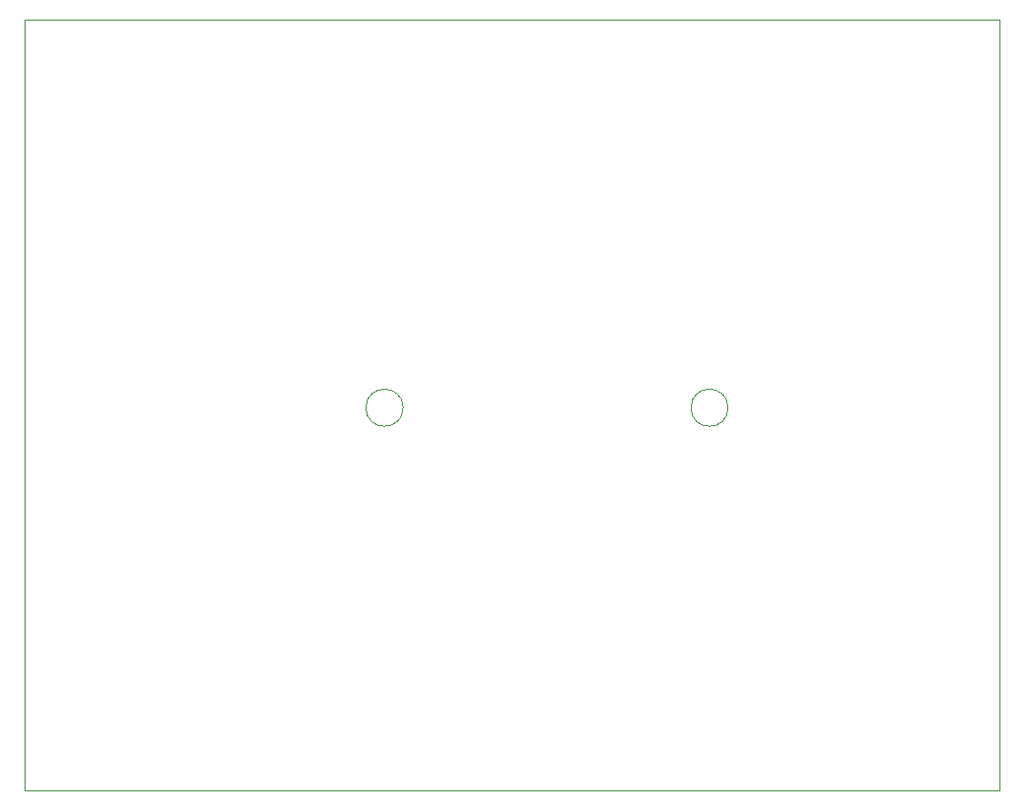
<source format=gbr>
G04 #@! TF.GenerationSoftware,KiCad,Pcbnew,(5.1.2)-2*
G04 #@! TF.CreationDate,2020-12-15T14:43:03+00:00*
G04 #@! TF.ProjectId,INV_Board,494e565f-426f-4617-9264-2e6b69636164,rev?*
G04 #@! TF.SameCoordinates,Original*
G04 #@! TF.FileFunction,Profile,NP*
%FSLAX46Y46*%
G04 Gerber Fmt 4.6, Leading zero omitted, Abs format (unit mm)*
G04 Created by KiCad (PCBNEW (5.1.2)-2) date 2020-12-15 14:43:03*
%MOMM*%
%LPD*%
G04 APERTURE LIST*
%ADD10C,0.050000*%
G04 APERTURE END LIST*
D10*
X176600000Y-82500000D02*
G75*
G03X176600000Y-82500000I-1600000J0D01*
G01*
X148600000Y-82500000D02*
G75*
G03X148600000Y-82500000I-1600000J0D01*
G01*
X116000000Y-115500000D02*
X116000000Y-49000000D01*
X200000000Y-115500000D02*
X116000000Y-115500000D01*
X200000000Y-49000000D02*
X200000000Y-115500000D01*
X116000000Y-49000000D02*
X200000000Y-49000000D01*
M02*

</source>
